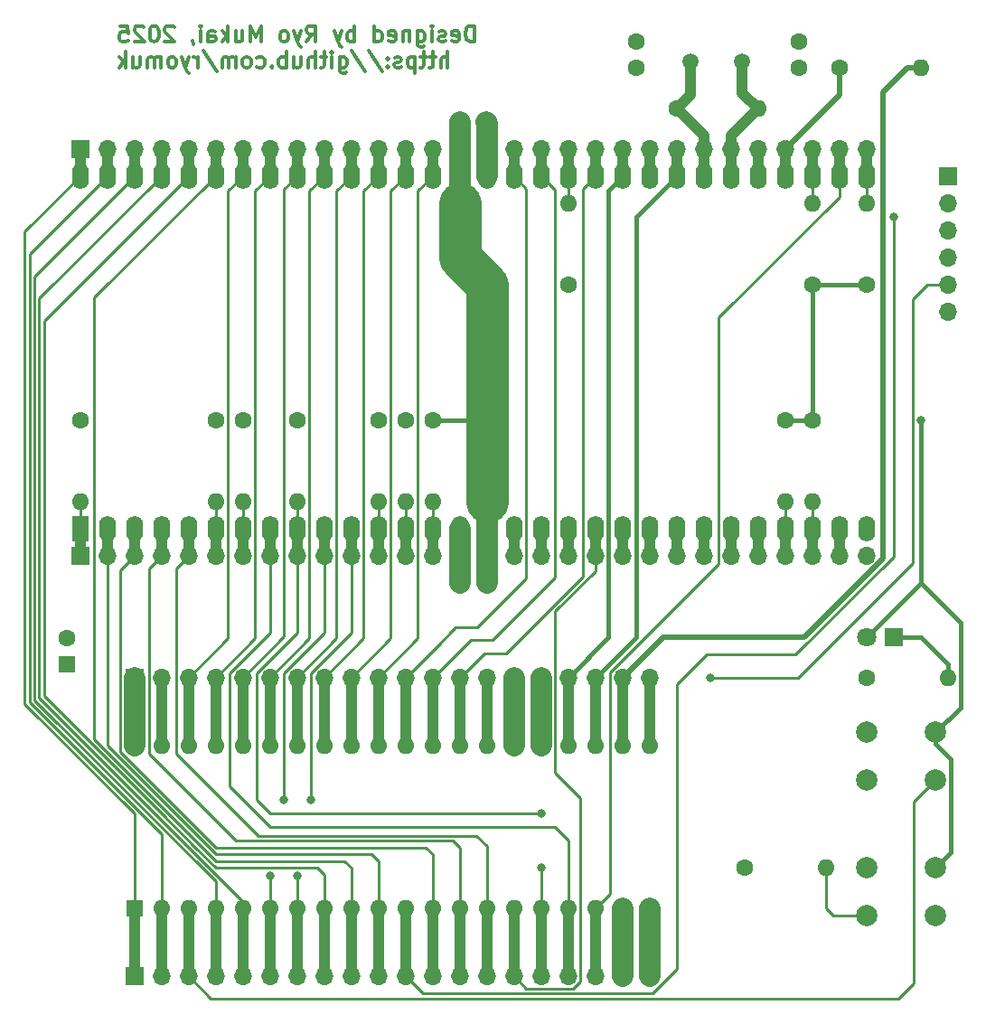
<source format=gbr>
%TF.GenerationSoftware,KiCad,Pcbnew,8.0.5*%
%TF.CreationDate,2025-09-05T11:18:18+09:00*%
%TF.ProjectId,TangNanoDCJ11MEM,54616e67-4e61-46e6-9f44-434a31314d45,rev?*%
%TF.SameCoordinates,Original*%
%TF.FileFunction,Copper,L2,Bot*%
%TF.FilePolarity,Positive*%
%FSLAX46Y46*%
G04 Gerber Fmt 4.6, Leading zero omitted, Abs format (unit mm)*
G04 Created by KiCad (PCBNEW 8.0.5) date 2025-09-05 11:18:18*
%MOMM*%
%LPD*%
G01*
G04 APERTURE LIST*
%ADD10C,0.300000*%
%TA.AperFunction,NonConductor*%
%ADD11C,0.300000*%
%TD*%
%TA.AperFunction,ComponentPad*%
%ADD12C,1.600000*%
%TD*%
%TA.AperFunction,ComponentPad*%
%ADD13O,1.600000X1.600000*%
%TD*%
%TA.AperFunction,ComponentPad*%
%ADD14C,2.000000*%
%TD*%
%TA.AperFunction,ComponentPad*%
%ADD15R,1.700000X1.700000*%
%TD*%
%TA.AperFunction,ComponentPad*%
%ADD16O,1.700000X1.700000*%
%TD*%
%TA.AperFunction,ComponentPad*%
%ADD17C,1.500000*%
%TD*%
%TA.AperFunction,ComponentPad*%
%ADD18R,1.800000X1.800000*%
%TD*%
%TA.AperFunction,ComponentPad*%
%ADD19C,1.800000*%
%TD*%
%TA.AperFunction,ComponentPad*%
%ADD20R,1.600000X2.400000*%
%TD*%
%TA.AperFunction,ComponentPad*%
%ADD21O,1.600000X2.400000*%
%TD*%
%TA.AperFunction,ComponentPad*%
%ADD22R,1.600000X1.600000*%
%TD*%
%TA.AperFunction,ViaPad*%
%ADD23C,0.800000*%
%TD*%
%TA.AperFunction,Conductor*%
%ADD24C,0.250000*%
%TD*%
%TA.AperFunction,Conductor*%
%ADD25C,0.400000*%
%TD*%
%TA.AperFunction,Conductor*%
%ADD26C,1.000000*%
%TD*%
%TA.AperFunction,Conductor*%
%ADD27C,2.000000*%
%TD*%
%TA.AperFunction,Conductor*%
%ADD28C,4.000000*%
%TD*%
%TA.AperFunction,Conductor*%
%ADD29C,0.500000*%
%TD*%
G04 APERTURE END LIST*
D10*
D11*
X44563796Y-5185870D02*
X44563796Y-3685870D01*
X44563796Y-3685870D02*
X44206653Y-3685870D01*
X44206653Y-3685870D02*
X43992367Y-3757299D01*
X43992367Y-3757299D02*
X43849510Y-3900156D01*
X43849510Y-3900156D02*
X43778081Y-4043013D01*
X43778081Y-4043013D02*
X43706653Y-4328727D01*
X43706653Y-4328727D02*
X43706653Y-4543013D01*
X43706653Y-4543013D02*
X43778081Y-4828727D01*
X43778081Y-4828727D02*
X43849510Y-4971584D01*
X43849510Y-4971584D02*
X43992367Y-5114442D01*
X43992367Y-5114442D02*
X44206653Y-5185870D01*
X44206653Y-5185870D02*
X44563796Y-5185870D01*
X42492367Y-5114442D02*
X42635224Y-5185870D01*
X42635224Y-5185870D02*
X42920939Y-5185870D01*
X42920939Y-5185870D02*
X43063796Y-5114442D01*
X43063796Y-5114442D02*
X43135224Y-4971584D01*
X43135224Y-4971584D02*
X43135224Y-4400156D01*
X43135224Y-4400156D02*
X43063796Y-4257299D01*
X43063796Y-4257299D02*
X42920939Y-4185870D01*
X42920939Y-4185870D02*
X42635224Y-4185870D01*
X42635224Y-4185870D02*
X42492367Y-4257299D01*
X42492367Y-4257299D02*
X42420939Y-4400156D01*
X42420939Y-4400156D02*
X42420939Y-4543013D01*
X42420939Y-4543013D02*
X43135224Y-4685870D01*
X41849510Y-5114442D02*
X41706653Y-5185870D01*
X41706653Y-5185870D02*
X41420939Y-5185870D01*
X41420939Y-5185870D02*
X41278082Y-5114442D01*
X41278082Y-5114442D02*
X41206653Y-4971584D01*
X41206653Y-4971584D02*
X41206653Y-4900156D01*
X41206653Y-4900156D02*
X41278082Y-4757299D01*
X41278082Y-4757299D02*
X41420939Y-4685870D01*
X41420939Y-4685870D02*
X41635225Y-4685870D01*
X41635225Y-4685870D02*
X41778082Y-4614442D01*
X41778082Y-4614442D02*
X41849510Y-4471584D01*
X41849510Y-4471584D02*
X41849510Y-4400156D01*
X41849510Y-4400156D02*
X41778082Y-4257299D01*
X41778082Y-4257299D02*
X41635225Y-4185870D01*
X41635225Y-4185870D02*
X41420939Y-4185870D01*
X41420939Y-4185870D02*
X41278082Y-4257299D01*
X40563796Y-5185870D02*
X40563796Y-4185870D01*
X40563796Y-3685870D02*
X40635224Y-3757299D01*
X40635224Y-3757299D02*
X40563796Y-3828727D01*
X40563796Y-3828727D02*
X40492367Y-3757299D01*
X40492367Y-3757299D02*
X40563796Y-3685870D01*
X40563796Y-3685870D02*
X40563796Y-3828727D01*
X39206653Y-4185870D02*
X39206653Y-5400156D01*
X39206653Y-5400156D02*
X39278081Y-5543013D01*
X39278081Y-5543013D02*
X39349510Y-5614442D01*
X39349510Y-5614442D02*
X39492367Y-5685870D01*
X39492367Y-5685870D02*
X39706653Y-5685870D01*
X39706653Y-5685870D02*
X39849510Y-5614442D01*
X39206653Y-5114442D02*
X39349510Y-5185870D01*
X39349510Y-5185870D02*
X39635224Y-5185870D01*
X39635224Y-5185870D02*
X39778081Y-5114442D01*
X39778081Y-5114442D02*
X39849510Y-5043013D01*
X39849510Y-5043013D02*
X39920938Y-4900156D01*
X39920938Y-4900156D02*
X39920938Y-4471584D01*
X39920938Y-4471584D02*
X39849510Y-4328727D01*
X39849510Y-4328727D02*
X39778081Y-4257299D01*
X39778081Y-4257299D02*
X39635224Y-4185870D01*
X39635224Y-4185870D02*
X39349510Y-4185870D01*
X39349510Y-4185870D02*
X39206653Y-4257299D01*
X38492367Y-4185870D02*
X38492367Y-5185870D01*
X38492367Y-4328727D02*
X38420938Y-4257299D01*
X38420938Y-4257299D02*
X38278081Y-4185870D01*
X38278081Y-4185870D02*
X38063795Y-4185870D01*
X38063795Y-4185870D02*
X37920938Y-4257299D01*
X37920938Y-4257299D02*
X37849510Y-4400156D01*
X37849510Y-4400156D02*
X37849510Y-5185870D01*
X36563795Y-5114442D02*
X36706652Y-5185870D01*
X36706652Y-5185870D02*
X36992367Y-5185870D01*
X36992367Y-5185870D02*
X37135224Y-5114442D01*
X37135224Y-5114442D02*
X37206652Y-4971584D01*
X37206652Y-4971584D02*
X37206652Y-4400156D01*
X37206652Y-4400156D02*
X37135224Y-4257299D01*
X37135224Y-4257299D02*
X36992367Y-4185870D01*
X36992367Y-4185870D02*
X36706652Y-4185870D01*
X36706652Y-4185870D02*
X36563795Y-4257299D01*
X36563795Y-4257299D02*
X36492367Y-4400156D01*
X36492367Y-4400156D02*
X36492367Y-4543013D01*
X36492367Y-4543013D02*
X37206652Y-4685870D01*
X35206653Y-5185870D02*
X35206653Y-3685870D01*
X35206653Y-5114442D02*
X35349510Y-5185870D01*
X35349510Y-5185870D02*
X35635224Y-5185870D01*
X35635224Y-5185870D02*
X35778081Y-5114442D01*
X35778081Y-5114442D02*
X35849510Y-5043013D01*
X35849510Y-5043013D02*
X35920938Y-4900156D01*
X35920938Y-4900156D02*
X35920938Y-4471584D01*
X35920938Y-4471584D02*
X35849510Y-4328727D01*
X35849510Y-4328727D02*
X35778081Y-4257299D01*
X35778081Y-4257299D02*
X35635224Y-4185870D01*
X35635224Y-4185870D02*
X35349510Y-4185870D01*
X35349510Y-4185870D02*
X35206653Y-4257299D01*
X33349510Y-5185870D02*
X33349510Y-3685870D01*
X33349510Y-4257299D02*
X33206653Y-4185870D01*
X33206653Y-4185870D02*
X32920938Y-4185870D01*
X32920938Y-4185870D02*
X32778081Y-4257299D01*
X32778081Y-4257299D02*
X32706653Y-4328727D01*
X32706653Y-4328727D02*
X32635224Y-4471584D01*
X32635224Y-4471584D02*
X32635224Y-4900156D01*
X32635224Y-4900156D02*
X32706653Y-5043013D01*
X32706653Y-5043013D02*
X32778081Y-5114442D01*
X32778081Y-5114442D02*
X32920938Y-5185870D01*
X32920938Y-5185870D02*
X33206653Y-5185870D01*
X33206653Y-5185870D02*
X33349510Y-5114442D01*
X32135224Y-4185870D02*
X31778081Y-5185870D01*
X31420938Y-4185870D02*
X31778081Y-5185870D01*
X31778081Y-5185870D02*
X31920938Y-5543013D01*
X31920938Y-5543013D02*
X31992367Y-5614442D01*
X31992367Y-5614442D02*
X32135224Y-5685870D01*
X28849510Y-5185870D02*
X29349510Y-4471584D01*
X29706653Y-5185870D02*
X29706653Y-3685870D01*
X29706653Y-3685870D02*
X29135224Y-3685870D01*
X29135224Y-3685870D02*
X28992367Y-3757299D01*
X28992367Y-3757299D02*
X28920938Y-3828727D01*
X28920938Y-3828727D02*
X28849510Y-3971584D01*
X28849510Y-3971584D02*
X28849510Y-4185870D01*
X28849510Y-4185870D02*
X28920938Y-4328727D01*
X28920938Y-4328727D02*
X28992367Y-4400156D01*
X28992367Y-4400156D02*
X29135224Y-4471584D01*
X29135224Y-4471584D02*
X29706653Y-4471584D01*
X28349510Y-4185870D02*
X27992367Y-5185870D01*
X27635224Y-4185870D02*
X27992367Y-5185870D01*
X27992367Y-5185870D02*
X28135224Y-5543013D01*
X28135224Y-5543013D02*
X28206653Y-5614442D01*
X28206653Y-5614442D02*
X28349510Y-5685870D01*
X26849510Y-5185870D02*
X26992367Y-5114442D01*
X26992367Y-5114442D02*
X27063796Y-5043013D01*
X27063796Y-5043013D02*
X27135224Y-4900156D01*
X27135224Y-4900156D02*
X27135224Y-4471584D01*
X27135224Y-4471584D02*
X27063796Y-4328727D01*
X27063796Y-4328727D02*
X26992367Y-4257299D01*
X26992367Y-4257299D02*
X26849510Y-4185870D01*
X26849510Y-4185870D02*
X26635224Y-4185870D01*
X26635224Y-4185870D02*
X26492367Y-4257299D01*
X26492367Y-4257299D02*
X26420939Y-4328727D01*
X26420939Y-4328727D02*
X26349510Y-4471584D01*
X26349510Y-4471584D02*
X26349510Y-4900156D01*
X26349510Y-4900156D02*
X26420939Y-5043013D01*
X26420939Y-5043013D02*
X26492367Y-5114442D01*
X26492367Y-5114442D02*
X26635224Y-5185870D01*
X26635224Y-5185870D02*
X26849510Y-5185870D01*
X24563796Y-5185870D02*
X24563796Y-3685870D01*
X24563796Y-3685870D02*
X24063796Y-4757299D01*
X24063796Y-4757299D02*
X23563796Y-3685870D01*
X23563796Y-3685870D02*
X23563796Y-5185870D01*
X22206653Y-4185870D02*
X22206653Y-5185870D01*
X22849510Y-4185870D02*
X22849510Y-4971584D01*
X22849510Y-4971584D02*
X22778081Y-5114442D01*
X22778081Y-5114442D02*
X22635224Y-5185870D01*
X22635224Y-5185870D02*
X22420938Y-5185870D01*
X22420938Y-5185870D02*
X22278081Y-5114442D01*
X22278081Y-5114442D02*
X22206653Y-5043013D01*
X21492367Y-5185870D02*
X21492367Y-3685870D01*
X21349510Y-4614442D02*
X20920938Y-5185870D01*
X20920938Y-4185870D02*
X21492367Y-4757299D01*
X19635224Y-5185870D02*
X19635224Y-4400156D01*
X19635224Y-4400156D02*
X19706652Y-4257299D01*
X19706652Y-4257299D02*
X19849509Y-4185870D01*
X19849509Y-4185870D02*
X20135224Y-4185870D01*
X20135224Y-4185870D02*
X20278081Y-4257299D01*
X19635224Y-5114442D02*
X19778081Y-5185870D01*
X19778081Y-5185870D02*
X20135224Y-5185870D01*
X20135224Y-5185870D02*
X20278081Y-5114442D01*
X20278081Y-5114442D02*
X20349509Y-4971584D01*
X20349509Y-4971584D02*
X20349509Y-4828727D01*
X20349509Y-4828727D02*
X20278081Y-4685870D01*
X20278081Y-4685870D02*
X20135224Y-4614442D01*
X20135224Y-4614442D02*
X19778081Y-4614442D01*
X19778081Y-4614442D02*
X19635224Y-4543013D01*
X18920938Y-5185870D02*
X18920938Y-4185870D01*
X18920938Y-3685870D02*
X18992366Y-3757299D01*
X18992366Y-3757299D02*
X18920938Y-3828727D01*
X18920938Y-3828727D02*
X18849509Y-3757299D01*
X18849509Y-3757299D02*
X18920938Y-3685870D01*
X18920938Y-3685870D02*
X18920938Y-3828727D01*
X18135223Y-5114442D02*
X18135223Y-5185870D01*
X18135223Y-5185870D02*
X18206652Y-5328727D01*
X18206652Y-5328727D02*
X18278080Y-5400156D01*
X16420937Y-3828727D02*
X16349509Y-3757299D01*
X16349509Y-3757299D02*
X16206652Y-3685870D01*
X16206652Y-3685870D02*
X15849509Y-3685870D01*
X15849509Y-3685870D02*
X15706652Y-3757299D01*
X15706652Y-3757299D02*
X15635223Y-3828727D01*
X15635223Y-3828727D02*
X15563794Y-3971584D01*
X15563794Y-3971584D02*
X15563794Y-4114442D01*
X15563794Y-4114442D02*
X15635223Y-4328727D01*
X15635223Y-4328727D02*
X16492366Y-5185870D01*
X16492366Y-5185870D02*
X15563794Y-5185870D01*
X14635223Y-3685870D02*
X14492366Y-3685870D01*
X14492366Y-3685870D02*
X14349509Y-3757299D01*
X14349509Y-3757299D02*
X14278081Y-3828727D01*
X14278081Y-3828727D02*
X14206652Y-3971584D01*
X14206652Y-3971584D02*
X14135223Y-4257299D01*
X14135223Y-4257299D02*
X14135223Y-4614442D01*
X14135223Y-4614442D02*
X14206652Y-4900156D01*
X14206652Y-4900156D02*
X14278081Y-5043013D01*
X14278081Y-5043013D02*
X14349509Y-5114442D01*
X14349509Y-5114442D02*
X14492366Y-5185870D01*
X14492366Y-5185870D02*
X14635223Y-5185870D01*
X14635223Y-5185870D02*
X14778081Y-5114442D01*
X14778081Y-5114442D02*
X14849509Y-5043013D01*
X14849509Y-5043013D02*
X14920938Y-4900156D01*
X14920938Y-4900156D02*
X14992366Y-4614442D01*
X14992366Y-4614442D02*
X14992366Y-4257299D01*
X14992366Y-4257299D02*
X14920938Y-3971584D01*
X14920938Y-3971584D02*
X14849509Y-3828727D01*
X14849509Y-3828727D02*
X14778081Y-3757299D01*
X14778081Y-3757299D02*
X14635223Y-3685870D01*
X13563795Y-3828727D02*
X13492367Y-3757299D01*
X13492367Y-3757299D02*
X13349510Y-3685870D01*
X13349510Y-3685870D02*
X12992367Y-3685870D01*
X12992367Y-3685870D02*
X12849510Y-3757299D01*
X12849510Y-3757299D02*
X12778081Y-3828727D01*
X12778081Y-3828727D02*
X12706652Y-3971584D01*
X12706652Y-3971584D02*
X12706652Y-4114442D01*
X12706652Y-4114442D02*
X12778081Y-4328727D01*
X12778081Y-4328727D02*
X13635224Y-5185870D01*
X13635224Y-5185870D02*
X12706652Y-5185870D01*
X11349510Y-3685870D02*
X12063796Y-3685870D01*
X12063796Y-3685870D02*
X12135224Y-4400156D01*
X12135224Y-4400156D02*
X12063796Y-4328727D01*
X12063796Y-4328727D02*
X11920939Y-4257299D01*
X11920939Y-4257299D02*
X11563796Y-4257299D01*
X11563796Y-4257299D02*
X11420939Y-4328727D01*
X11420939Y-4328727D02*
X11349510Y-4400156D01*
X11349510Y-4400156D02*
X11278081Y-4543013D01*
X11278081Y-4543013D02*
X11278081Y-4900156D01*
X11278081Y-4900156D02*
X11349510Y-5043013D01*
X11349510Y-5043013D02*
X11420939Y-5114442D01*
X11420939Y-5114442D02*
X11563796Y-5185870D01*
X11563796Y-5185870D02*
X11920939Y-5185870D01*
X11920939Y-5185870D02*
X12063796Y-5114442D01*
X12063796Y-5114442D02*
X12135224Y-5043013D01*
X42063800Y-7600786D02*
X42063800Y-6100786D01*
X41420943Y-7600786D02*
X41420943Y-6815072D01*
X41420943Y-6815072D02*
X41492371Y-6672215D01*
X41492371Y-6672215D02*
X41635228Y-6600786D01*
X41635228Y-6600786D02*
X41849514Y-6600786D01*
X41849514Y-6600786D02*
X41992371Y-6672215D01*
X41992371Y-6672215D02*
X42063800Y-6743643D01*
X40920942Y-6600786D02*
X40349514Y-6600786D01*
X40706657Y-6100786D02*
X40706657Y-7386500D01*
X40706657Y-7386500D02*
X40635228Y-7529358D01*
X40635228Y-7529358D02*
X40492371Y-7600786D01*
X40492371Y-7600786D02*
X40349514Y-7600786D01*
X40063799Y-6600786D02*
X39492371Y-6600786D01*
X39849514Y-6100786D02*
X39849514Y-7386500D01*
X39849514Y-7386500D02*
X39778085Y-7529358D01*
X39778085Y-7529358D02*
X39635228Y-7600786D01*
X39635228Y-7600786D02*
X39492371Y-7600786D01*
X38992371Y-6600786D02*
X38992371Y-8100786D01*
X38992371Y-6672215D02*
X38849514Y-6600786D01*
X38849514Y-6600786D02*
X38563799Y-6600786D01*
X38563799Y-6600786D02*
X38420942Y-6672215D01*
X38420942Y-6672215D02*
X38349514Y-6743643D01*
X38349514Y-6743643D02*
X38278085Y-6886500D01*
X38278085Y-6886500D02*
X38278085Y-7315072D01*
X38278085Y-7315072D02*
X38349514Y-7457929D01*
X38349514Y-7457929D02*
X38420942Y-7529358D01*
X38420942Y-7529358D02*
X38563799Y-7600786D01*
X38563799Y-7600786D02*
X38849514Y-7600786D01*
X38849514Y-7600786D02*
X38992371Y-7529358D01*
X37706656Y-7529358D02*
X37563799Y-7600786D01*
X37563799Y-7600786D02*
X37278085Y-7600786D01*
X37278085Y-7600786D02*
X37135228Y-7529358D01*
X37135228Y-7529358D02*
X37063799Y-7386500D01*
X37063799Y-7386500D02*
X37063799Y-7315072D01*
X37063799Y-7315072D02*
X37135228Y-7172215D01*
X37135228Y-7172215D02*
X37278085Y-7100786D01*
X37278085Y-7100786D02*
X37492371Y-7100786D01*
X37492371Y-7100786D02*
X37635228Y-7029358D01*
X37635228Y-7029358D02*
X37706656Y-6886500D01*
X37706656Y-6886500D02*
X37706656Y-6815072D01*
X37706656Y-6815072D02*
X37635228Y-6672215D01*
X37635228Y-6672215D02*
X37492371Y-6600786D01*
X37492371Y-6600786D02*
X37278085Y-6600786D01*
X37278085Y-6600786D02*
X37135228Y-6672215D01*
X36420942Y-7457929D02*
X36349513Y-7529358D01*
X36349513Y-7529358D02*
X36420942Y-7600786D01*
X36420942Y-7600786D02*
X36492370Y-7529358D01*
X36492370Y-7529358D02*
X36420942Y-7457929D01*
X36420942Y-7457929D02*
X36420942Y-7600786D01*
X36420942Y-6672215D02*
X36349513Y-6743643D01*
X36349513Y-6743643D02*
X36420942Y-6815072D01*
X36420942Y-6815072D02*
X36492370Y-6743643D01*
X36492370Y-6743643D02*
X36420942Y-6672215D01*
X36420942Y-6672215D02*
X36420942Y-6815072D01*
X34635227Y-6029358D02*
X35920941Y-7957929D01*
X33063798Y-6029358D02*
X34349512Y-7957929D01*
X31920941Y-6600786D02*
X31920941Y-7815072D01*
X31920941Y-7815072D02*
X31992369Y-7957929D01*
X31992369Y-7957929D02*
X32063798Y-8029358D01*
X32063798Y-8029358D02*
X32206655Y-8100786D01*
X32206655Y-8100786D02*
X32420941Y-8100786D01*
X32420941Y-8100786D02*
X32563798Y-8029358D01*
X31920941Y-7529358D02*
X32063798Y-7600786D01*
X32063798Y-7600786D02*
X32349512Y-7600786D01*
X32349512Y-7600786D02*
X32492369Y-7529358D01*
X32492369Y-7529358D02*
X32563798Y-7457929D01*
X32563798Y-7457929D02*
X32635226Y-7315072D01*
X32635226Y-7315072D02*
X32635226Y-6886500D01*
X32635226Y-6886500D02*
X32563798Y-6743643D01*
X32563798Y-6743643D02*
X32492369Y-6672215D01*
X32492369Y-6672215D02*
X32349512Y-6600786D01*
X32349512Y-6600786D02*
X32063798Y-6600786D01*
X32063798Y-6600786D02*
X31920941Y-6672215D01*
X31206655Y-7600786D02*
X31206655Y-6600786D01*
X31206655Y-6100786D02*
X31278083Y-6172215D01*
X31278083Y-6172215D02*
X31206655Y-6243643D01*
X31206655Y-6243643D02*
X31135226Y-6172215D01*
X31135226Y-6172215D02*
X31206655Y-6100786D01*
X31206655Y-6100786D02*
X31206655Y-6243643D01*
X30706654Y-6600786D02*
X30135226Y-6600786D01*
X30492369Y-6100786D02*
X30492369Y-7386500D01*
X30492369Y-7386500D02*
X30420940Y-7529358D01*
X30420940Y-7529358D02*
X30278083Y-7600786D01*
X30278083Y-7600786D02*
X30135226Y-7600786D01*
X29635226Y-7600786D02*
X29635226Y-6100786D01*
X28992369Y-7600786D02*
X28992369Y-6815072D01*
X28992369Y-6815072D02*
X29063797Y-6672215D01*
X29063797Y-6672215D02*
X29206654Y-6600786D01*
X29206654Y-6600786D02*
X29420940Y-6600786D01*
X29420940Y-6600786D02*
X29563797Y-6672215D01*
X29563797Y-6672215D02*
X29635226Y-6743643D01*
X27635226Y-6600786D02*
X27635226Y-7600786D01*
X28278083Y-6600786D02*
X28278083Y-7386500D01*
X28278083Y-7386500D02*
X28206654Y-7529358D01*
X28206654Y-7529358D02*
X28063797Y-7600786D01*
X28063797Y-7600786D02*
X27849511Y-7600786D01*
X27849511Y-7600786D02*
X27706654Y-7529358D01*
X27706654Y-7529358D02*
X27635226Y-7457929D01*
X26920940Y-7600786D02*
X26920940Y-6100786D01*
X26920940Y-6672215D02*
X26778083Y-6600786D01*
X26778083Y-6600786D02*
X26492368Y-6600786D01*
X26492368Y-6600786D02*
X26349511Y-6672215D01*
X26349511Y-6672215D02*
X26278083Y-6743643D01*
X26278083Y-6743643D02*
X26206654Y-6886500D01*
X26206654Y-6886500D02*
X26206654Y-7315072D01*
X26206654Y-7315072D02*
X26278083Y-7457929D01*
X26278083Y-7457929D02*
X26349511Y-7529358D01*
X26349511Y-7529358D02*
X26492368Y-7600786D01*
X26492368Y-7600786D02*
X26778083Y-7600786D01*
X26778083Y-7600786D02*
X26920940Y-7529358D01*
X25563797Y-7457929D02*
X25492368Y-7529358D01*
X25492368Y-7529358D02*
X25563797Y-7600786D01*
X25563797Y-7600786D02*
X25635225Y-7529358D01*
X25635225Y-7529358D02*
X25563797Y-7457929D01*
X25563797Y-7457929D02*
X25563797Y-7600786D01*
X24206654Y-7529358D02*
X24349511Y-7600786D01*
X24349511Y-7600786D02*
X24635225Y-7600786D01*
X24635225Y-7600786D02*
X24778082Y-7529358D01*
X24778082Y-7529358D02*
X24849511Y-7457929D01*
X24849511Y-7457929D02*
X24920939Y-7315072D01*
X24920939Y-7315072D02*
X24920939Y-6886500D01*
X24920939Y-6886500D02*
X24849511Y-6743643D01*
X24849511Y-6743643D02*
X24778082Y-6672215D01*
X24778082Y-6672215D02*
X24635225Y-6600786D01*
X24635225Y-6600786D02*
X24349511Y-6600786D01*
X24349511Y-6600786D02*
X24206654Y-6672215D01*
X23349511Y-7600786D02*
X23492368Y-7529358D01*
X23492368Y-7529358D02*
X23563797Y-7457929D01*
X23563797Y-7457929D02*
X23635225Y-7315072D01*
X23635225Y-7315072D02*
X23635225Y-6886500D01*
X23635225Y-6886500D02*
X23563797Y-6743643D01*
X23563797Y-6743643D02*
X23492368Y-6672215D01*
X23492368Y-6672215D02*
X23349511Y-6600786D01*
X23349511Y-6600786D02*
X23135225Y-6600786D01*
X23135225Y-6600786D02*
X22992368Y-6672215D01*
X22992368Y-6672215D02*
X22920940Y-6743643D01*
X22920940Y-6743643D02*
X22849511Y-6886500D01*
X22849511Y-6886500D02*
X22849511Y-7315072D01*
X22849511Y-7315072D02*
X22920940Y-7457929D01*
X22920940Y-7457929D02*
X22992368Y-7529358D01*
X22992368Y-7529358D02*
X23135225Y-7600786D01*
X23135225Y-7600786D02*
X23349511Y-7600786D01*
X22206654Y-7600786D02*
X22206654Y-6600786D01*
X22206654Y-6743643D02*
X22135225Y-6672215D01*
X22135225Y-6672215D02*
X21992368Y-6600786D01*
X21992368Y-6600786D02*
X21778082Y-6600786D01*
X21778082Y-6600786D02*
X21635225Y-6672215D01*
X21635225Y-6672215D02*
X21563797Y-6815072D01*
X21563797Y-6815072D02*
X21563797Y-7600786D01*
X21563797Y-6815072D02*
X21492368Y-6672215D01*
X21492368Y-6672215D02*
X21349511Y-6600786D01*
X21349511Y-6600786D02*
X21135225Y-6600786D01*
X21135225Y-6600786D02*
X20992368Y-6672215D01*
X20992368Y-6672215D02*
X20920939Y-6815072D01*
X20920939Y-6815072D02*
X20920939Y-7600786D01*
X19135225Y-6029358D02*
X20420939Y-7957929D01*
X18635225Y-7600786D02*
X18635225Y-6600786D01*
X18635225Y-6886500D02*
X18563796Y-6743643D01*
X18563796Y-6743643D02*
X18492368Y-6672215D01*
X18492368Y-6672215D02*
X18349510Y-6600786D01*
X18349510Y-6600786D02*
X18206653Y-6600786D01*
X17849511Y-6600786D02*
X17492368Y-7600786D01*
X17135225Y-6600786D02*
X17492368Y-7600786D01*
X17492368Y-7600786D02*
X17635225Y-7957929D01*
X17635225Y-7957929D02*
X17706654Y-8029358D01*
X17706654Y-8029358D02*
X17849511Y-8100786D01*
X16349511Y-7600786D02*
X16492368Y-7529358D01*
X16492368Y-7529358D02*
X16563797Y-7457929D01*
X16563797Y-7457929D02*
X16635225Y-7315072D01*
X16635225Y-7315072D02*
X16635225Y-6886500D01*
X16635225Y-6886500D02*
X16563797Y-6743643D01*
X16563797Y-6743643D02*
X16492368Y-6672215D01*
X16492368Y-6672215D02*
X16349511Y-6600786D01*
X16349511Y-6600786D02*
X16135225Y-6600786D01*
X16135225Y-6600786D02*
X15992368Y-6672215D01*
X15992368Y-6672215D02*
X15920940Y-6743643D01*
X15920940Y-6743643D02*
X15849511Y-6886500D01*
X15849511Y-6886500D02*
X15849511Y-7315072D01*
X15849511Y-7315072D02*
X15920940Y-7457929D01*
X15920940Y-7457929D02*
X15992368Y-7529358D01*
X15992368Y-7529358D02*
X16135225Y-7600786D01*
X16135225Y-7600786D02*
X16349511Y-7600786D01*
X15206654Y-7600786D02*
X15206654Y-6600786D01*
X15206654Y-6743643D02*
X15135225Y-6672215D01*
X15135225Y-6672215D02*
X14992368Y-6600786D01*
X14992368Y-6600786D02*
X14778082Y-6600786D01*
X14778082Y-6600786D02*
X14635225Y-6672215D01*
X14635225Y-6672215D02*
X14563797Y-6815072D01*
X14563797Y-6815072D02*
X14563797Y-7600786D01*
X14563797Y-6815072D02*
X14492368Y-6672215D01*
X14492368Y-6672215D02*
X14349511Y-6600786D01*
X14349511Y-6600786D02*
X14135225Y-6600786D01*
X14135225Y-6600786D02*
X13992368Y-6672215D01*
X13992368Y-6672215D02*
X13920939Y-6815072D01*
X13920939Y-6815072D02*
X13920939Y-7600786D01*
X12563797Y-6600786D02*
X12563797Y-7600786D01*
X13206654Y-6600786D02*
X13206654Y-7386500D01*
X13206654Y-7386500D02*
X13135225Y-7529358D01*
X13135225Y-7529358D02*
X12992368Y-7600786D01*
X12992368Y-7600786D02*
X12778082Y-7600786D01*
X12778082Y-7600786D02*
X12635225Y-7529358D01*
X12635225Y-7529358D02*
X12563797Y-7457929D01*
X11849511Y-7600786D02*
X11849511Y-6100786D01*
X11706654Y-7029358D02*
X11278082Y-7600786D01*
X11278082Y-6600786D02*
X11849511Y-7172215D01*
D12*
%TO.P,R4,1*%
%TO.N,VCC*%
X20320000Y-40640000D03*
D13*
%TO.P,R4,2*%
%TO.N,PWRF_n*%
X20320000Y-48260000D03*
%TD*%
D14*
%TO.P,SW1,1,1*%
%TO.N,VCC*%
X81280000Y-69850000D03*
X87780000Y-69850000D03*
%TO.P,SW1,2,2*%
%TO.N,INIT_SW*%
X81280000Y-74350000D03*
X87780000Y-74350000D03*
%TD*%
D12*
%TO.P,R9,1*%
%TO.N,VCC*%
X40640000Y-40640000D03*
D13*
%TO.P,R9,2*%
%TO.N,PARITY_n*%
X40640000Y-48260000D03*
%TD*%
D12*
%TO.P,R5,1*%
%TO.N,VCC*%
X22860000Y-40640000D03*
D13*
%TO.P,R5,2*%
%TO.N,FPE_n*%
X22860000Y-48260000D03*
%TD*%
D15*
%TO.P,J4,1,Pin_1*%
%TO.N,TEST1_n*%
X7620000Y-53340000D03*
D16*
%TO.P,J4,2,Pin_2*%
%TO.N,AIO0*%
X10160000Y-53340000D03*
%TO.P,J4,3,Pin_3*%
%TO.N,AIO1*%
X12700000Y-53340000D03*
%TO.P,J4,4,Pin_4*%
%TO.N,AIO2*%
X15240000Y-53340000D03*
%TO.P,J4,5,Pin_5*%
%TO.N,AIO3*%
X17780000Y-53340000D03*
%TO.P,J4,6,Pin_6*%
%TO.N,PWRF_n*%
X20320000Y-53340000D03*
%TO.P,J4,7,Pin_7*%
%TO.N,FPE_n*%
X22860000Y-53340000D03*
%TO.P,J4,8,Pin_8*%
%TO.N,EVENT_n*%
X25400000Y-53340000D03*
%TO.P,J4,9,Pin_9*%
%TO.N,HALT*%
X27940000Y-53340000D03*
%TO.P,J4,10,Pin_10*%
%TO.N,IRQ0*%
X30480000Y-53340000D03*
%TO.P,J4,11,Pin_11*%
%TO.N,IRQ1*%
X33020000Y-53340000D03*
%TO.P,J4,12,Pin_12*%
%TO.N,IRQ2*%
X35560000Y-53340000D03*
%TO.P,J4,13,Pin_13*%
%TO.N,IRQ3*%
X38100000Y-53340000D03*
%TO.P,J4,14,Pin_14*%
%TO.N,PARITY_n*%
X40640000Y-53340000D03*
%TO.P,J4,15,Pin_15*%
%TO.N,GND*%
X43180000Y-53340000D03*
%TO.P,J4,16,Pin_16*%
%TO.N,VCC*%
X45720000Y-53340000D03*
%TO.P,J4,17,Pin_17*%
%TO.N,BS0*%
X48260000Y-53340000D03*
%TO.P,J4,18,Pin_18*%
%TO.N,BS1*%
X50800000Y-53340000D03*
%TO.P,J4,19,Pin_19*%
%TO.N,MAP_n*%
X53340000Y-53340000D03*
%TO.P,J4,20,Pin_20*%
%TO.N,ABORT_n*%
X55880000Y-53340000D03*
%TO.P,J4,21,Pin_21*%
%TO.N,DAL21*%
X58420000Y-53340000D03*
%TO.P,J4,22,Pin_22*%
%TO.N,DAL20*%
X60960000Y-53340000D03*
%TO.P,J4,23,Pin_23*%
%TO.N,DAL19*%
X63500000Y-53340000D03*
%TO.P,J4,24,Pin_24*%
%TO.N,DAL18*%
X66040000Y-53340000D03*
%TO.P,J4,25,Pin_25*%
%TO.N,DAL17*%
X68580000Y-53340000D03*
%TO.P,J4,26,Pin_26*%
%TO.N,DAL16*%
X71120000Y-53340000D03*
%TO.P,J4,27,Pin_27*%
%TO.N,DMR_n*%
X73660000Y-53340000D03*
%TO.P,J4,28,Pin_28*%
%TO.N,MISS_n*%
X76200000Y-53340000D03*
%TO.P,J4,29,Pin_29*%
%TO.N,PRDC_n*%
X78740000Y-53340000D03*
%TO.P,J4,30,Pin_30*%
%TO.N,unconnected-(J4-Pin_30-Pad30)*%
X81280000Y-53340000D03*
%TD*%
D12*
%TO.P,R11,1*%
%TO.N,VCC*%
X76200000Y-40640000D03*
D13*
%TO.P,R11,2*%
%TO.N,MISS_n*%
X76200000Y-48260000D03*
%TD*%
D12*
%TO.P,R16,1*%
%TO.N,GND*%
X81280000Y-64770000D03*
D13*
%TO.P,R16,2*%
%TO.N,Net-(D1-K)*%
X88900000Y-64770000D03*
%TD*%
D12*
%TO.P,R2,1*%
%TO.N,CLK2*%
X78740000Y-7620000D03*
D13*
%TO.P,R2,2*%
%TO.N,CLK2_D*%
X86360000Y-7620000D03*
%TD*%
D12*
%TO.P,R12,1*%
%TO.N,VCC*%
X53340000Y-27940000D03*
D13*
%TO.P,R12,2*%
%TO.N,DV*%
X53340000Y-20320000D03*
%TD*%
D15*
%TO.P,J6,1,Pin_1*%
%TO.N,GND*%
X88900000Y-17780000D03*
D16*
%TO.P,J6,2,Pin_2*%
%TO.N,unconnected-(J6-Pin_2-Pad2)*%
X88900000Y-20320000D03*
%TO.P,J6,3,Pin_3*%
%TO.N,unconnected-(J6-Pin_3-Pad3)*%
X88900000Y-22860000D03*
%TO.P,J6,4,Pin_4*%
%TO.N,unconnected-(J6-Pin_4-Pad4)*%
X88900000Y-25400000D03*
%TO.P,J6,5,Pin_5*%
%TO.N,GPIO_TX*%
X88900000Y-27940000D03*
%TO.P,J6,6,Pin_6*%
%TO.N,unconnected-(J6-Pin_6-Pad6)*%
X88900000Y-30480000D03*
%TD*%
D15*
%TO.P,J3,1,Pin_1*%
%TO.N,VCC*%
X12700000Y-64770000D03*
D16*
%TO.P,J3,2,Pin_2*%
%TO.N,GND*%
X15240000Y-64770000D03*
%TO.P,J3,3,Pin_3*%
%TO.N,DAL11*%
X17780000Y-64770000D03*
%TO.P,J3,4,Pin_4*%
%TO.N,DAL12*%
X20320000Y-64770000D03*
%TO.P,J3,5,Pin_5*%
%TO.N,DAL13*%
X22860000Y-64770000D03*
%TO.P,J3,6,Pin_6*%
%TO.N,DAL14*%
X25400000Y-64770000D03*
%TO.P,J3,7,Pin_7*%
%TO.N,DAL15*%
X27940000Y-64770000D03*
%TO.P,J3,8,Pin_8*%
%TO.N,DAL1*%
X30480000Y-64770000D03*
%TO.P,J3,9,Pin_9*%
%TO.N,DAL2*%
X33020000Y-64770000D03*
%TO.P,J3,10,Pin_10*%
%TO.N,DAL3*%
X35560000Y-64770000D03*
%TO.P,J3,11,Pin_11*%
%TO.N,DAL4*%
X38100000Y-64770000D03*
%TO.P,J3,12,Pin_12*%
%TO.N,DAL5*%
X40640000Y-64770000D03*
%TO.P,J3,13,Pin_13*%
%TO.N,BUFCTL_n*%
X43180000Y-64770000D03*
%TO.P,J3,14,Pin_14*%
%TO.N,LED_RGB*%
X45720000Y-64770000D03*
%TO.P,J3,15,Pin_15*%
%TO.N,GND*%
X48260000Y-64770000D03*
%TO.P,J3,16,Pin_16*%
%TO.N,3V3b*%
X50800000Y-64770000D03*
%TO.P,J3,17,Pin_17*%
%TO.N,ALE_n*%
X53340000Y-64770000D03*
%TO.P,J3,18,Pin_18*%
%TO.N,SCTL_n*%
X55880000Y-64770000D03*
%TO.P,J3,19,Pin_19*%
%TO.N,CLK2_D*%
X58420000Y-64770000D03*
%TO.P,J3,20,Pin_20*%
%TO.N,GPIO_TX*%
X60960000Y-64770000D03*
%TD*%
D12*
%TO.P,R7,1*%
%TO.N,GND*%
X35560000Y-40640000D03*
D13*
%TO.P,R7,2*%
%TO.N,IRQ2*%
X35560000Y-48260000D03*
%TD*%
D17*
%TO.P,Y1,1,1*%
%TO.N,XTALI*%
X69650000Y-6985000D03*
%TO.P,Y1,2,2*%
%TO.N,XTALO*%
X64770000Y-6985000D03*
%TD*%
D18*
%TO.P,D1,1,K*%
%TO.N,Net-(D1-K)*%
X83820000Y-60960000D03*
D19*
%TO.P,D1,2,A*%
%TO.N,VCC*%
X81280000Y-60960000D03*
%TD*%
D12*
%TO.P,C1,1*%
%TO.N,GND*%
X59690000Y-7620000D03*
%TO.P,C1,2*%
%TO.N,XTALO*%
X59690000Y-5120000D03*
%TD*%
%TO.P,C2,1*%
%TO.N,GND*%
X74930000Y-7620000D03*
%TO.P,C2,2*%
%TO.N,XTALI*%
X74930000Y-5120000D03*
%TD*%
%TO.P,C4,1*%
%TO.N,VCC*%
X45720000Y-55880000D03*
%TO.P,C4,2*%
%TO.N,GND*%
X43220000Y-55880000D03*
%TD*%
%TO.P,R3,1*%
%TO.N,VCC*%
X7620000Y-40640000D03*
D13*
%TO.P,R3,2*%
%TO.N,TEST1_n*%
X7620000Y-48260000D03*
%TD*%
D14*
%TO.P,SW2,1,1*%
%TO.N,VCC*%
X81280000Y-82550000D03*
X87780000Y-82550000D03*
%TO.P,SW2,2,2*%
%TO.N,HALT*%
X81280000Y-87050000D03*
X87780000Y-87050000D03*
%TD*%
D12*
%TO.P,R10,1*%
%TO.N,VCC*%
X73660000Y-40640000D03*
D13*
%TO.P,R10,2*%
%TO.N,DMR_n*%
X73660000Y-48260000D03*
%TD*%
D12*
%TO.P,R1,1*%
%TO.N,XTALO*%
X63500000Y-11430000D03*
D13*
%TO.P,R1,2*%
%TO.N,XTALI*%
X71120000Y-11430000D03*
%TD*%
D20*
%TO.P,U1,1,~{TEST1}*%
%TO.N,TEST1_n*%
X7620000Y-50800000D03*
D21*
%TO.P,U1,2,AIO0*%
%TO.N,AIO0*%
X10160000Y-50800000D03*
%TO.P,U1,3,AIO1*%
%TO.N,AIO1*%
X12700000Y-50800000D03*
%TO.P,U1,4,AIO2*%
%TO.N,AIO2*%
X15240000Y-50800000D03*
%TO.P,U1,5,AIO3*%
%TO.N,AIO3*%
X17780000Y-50800000D03*
%TO.P,U1,6,~{PWRF}*%
%TO.N,PWRF_n*%
X20320000Y-50800000D03*
%TO.P,U1,7,~{FPE}*%
%TO.N,FPE_n*%
X22860000Y-50800000D03*
%TO.P,U1,8,~{EVENT}*%
%TO.N,EVENT_n*%
X25400000Y-50800000D03*
%TO.P,U1,9,HALT*%
%TO.N,HALT*%
X27940000Y-50800000D03*
%TO.P,U1,10,IRQ0*%
%TO.N,IRQ0*%
X30480000Y-50800000D03*
%TO.P,U1,11,IRQ1*%
%TO.N,IRQ1*%
X33020000Y-50800000D03*
%TO.P,U1,12,IRQ2*%
%TO.N,IRQ2*%
X35560000Y-50800000D03*
%TO.P,U1,13,IRQ3*%
%TO.N,IRQ3*%
X38100000Y-50800000D03*
%TO.P,U1,14,~{PARITY}*%
%TO.N,PARITY_n*%
X40640000Y-50800000D03*
%TO.P,U1,15,GND*%
%TO.N,GND*%
X43180000Y-50800000D03*
%TO.P,U1,16,VCC*%
%TO.N,VCC*%
X45720000Y-50800000D03*
%TO.P,U1,17,BS0*%
%TO.N,BS0*%
X48260000Y-50800000D03*
%TO.P,U1,18,BS1*%
%TO.N,BS1*%
X50800000Y-50800000D03*
%TO.P,U1,19,~{MAP}*%
%TO.N,MAP_n*%
X53340000Y-50800000D03*
%TO.P,U1,20,~{ABORT}*%
%TO.N,ABORT_n*%
X55880000Y-50800000D03*
%TO.P,U1,21,DAL21*%
%TO.N,DAL21*%
X58420000Y-50800000D03*
%TO.P,U1,22,DAL20*%
%TO.N,DAL20*%
X60960000Y-50800000D03*
%TO.P,U1,23,DAL19*%
%TO.N,DAL19*%
X63500000Y-50800000D03*
%TO.P,U1,24,DAL18*%
%TO.N,DAL18*%
X66040000Y-50800000D03*
%TO.P,U1,25,DAL17*%
%TO.N,DAL17*%
X68580000Y-50800000D03*
%TO.P,U1,26,DAL16*%
%TO.N,DAL16*%
X71120000Y-50800000D03*
%TO.P,U1,27,~{DMR}*%
%TO.N,DMR_n*%
X73660000Y-50800000D03*
%TO.P,U1,28,~{MISS}*%
%TO.N,MISS_n*%
X76200000Y-50800000D03*
%TO.P,U1,29,~{PRDC}*%
%TO.N,PRDC_n*%
X78740000Y-50800000D03*
%TO.P,U1,30,NC*%
%TO.N,unconnected-(U1-NC-Pad30)*%
X81280000Y-50800000D03*
%TO.P,U1,31,~{TEST2}*%
%TO.N,TEST2_n*%
X81280000Y-17780000D03*
%TO.P,U1,32,CONT*%
%TO.N,CONT_n*%
X78740000Y-17780000D03*
%TO.P,U1,33,~{INIT}*%
%TO.N,INIT_n*%
X76200000Y-17780000D03*
%TO.P,U1,34,CLK2*%
%TO.N,CLK2*%
X73660000Y-17780000D03*
%TO.P,U1,35,CLK*%
%TO.N,CLK*%
X71120000Y-17780000D03*
%TO.P,U1,36,XTALI*%
%TO.N,XTALI*%
X68580000Y-17780000D03*
%TO.P,U1,37,XTALO*%
%TO.N,XTALO*%
X66040000Y-17780000D03*
%TO.P,U1,38,~{SCTL}*%
%TO.N,SCTL_n*%
X63500000Y-17780000D03*
%TO.P,U1,39,~{STRB}*%
%TO.N,STRB_n*%
X60960000Y-17780000D03*
%TO.P,U1,40,~{ALE}*%
%TO.N,ALE_n*%
X58420000Y-17780000D03*
%TO.P,U1,41,~{BUFCTL}*%
%TO.N,BUFCTL_n*%
X55880000Y-17780000D03*
%TO.P,U1,42,DV*%
%TO.N,DV*%
X53340000Y-17780000D03*
%TO.P,U1,43,DAL5*%
%TO.N,DAL5*%
X50800000Y-17780000D03*
%TO.P,U1,44,DAL4*%
%TO.N,DAL4*%
X48260000Y-17780000D03*
%TO.P,U1,45,GND*%
%TO.N,GND*%
X45720000Y-17780000D03*
%TO.P,U1,46,VCC*%
%TO.N,VCC*%
X43180000Y-17780000D03*
%TO.P,U1,47,DAL3*%
%TO.N,DAL3*%
X40640000Y-17780000D03*
%TO.P,U1,48,DAL2*%
%TO.N,DAL2*%
X38100000Y-17780000D03*
%TO.P,U1,49,DAL1*%
%TO.N,DAL1*%
X35560000Y-17780000D03*
%TO.P,U1,50,DAL15*%
%TO.N,DAL15*%
X33020000Y-17780000D03*
%TO.P,U1,51,DAL14*%
%TO.N,DAL14*%
X30480000Y-17780000D03*
%TO.P,U1,52,DAL13*%
%TO.N,DAL13*%
X27940000Y-17780000D03*
%TO.P,U1,53,DAL12*%
%TO.N,DAL12*%
X25400000Y-17780000D03*
%TO.P,U1,54,DAL11*%
%TO.N,DAL11*%
X22860000Y-17780000D03*
%TO.P,U1,55,DAL10*%
%TO.N,DAL10*%
X20320000Y-17780000D03*
%TO.P,U1,56,DAL9*%
%TO.N,DAL9*%
X17780000Y-17780000D03*
%TO.P,U1,57,DAL0*%
%TO.N,DAL0*%
X15240000Y-17780000D03*
%TO.P,U1,58,DAL8*%
%TO.N,DAL8*%
X12700000Y-17780000D03*
%TO.P,U1,59,DAL7*%
%TO.N,DAL7*%
X10160000Y-17780000D03*
%TO.P,U1,60,DAL6*%
%TO.N,DAL6*%
X7620000Y-17780000D03*
%TD*%
D12*
%TO.P,C3,1*%
%TO.N,VCC*%
X43180000Y-12700000D03*
%TO.P,C3,2*%
%TO.N,GND*%
X45680000Y-12700000D03*
%TD*%
%TO.P,R8,1*%
%TO.N,GND*%
X38100000Y-40640000D03*
D13*
%TO.P,R8,2*%
%TO.N,IRQ3*%
X38100000Y-48260000D03*
%TD*%
%TO.P,R15,2*%
%TO.N,HALT*%
X77470000Y-82550000D03*
D12*
%TO.P,R15,1*%
%TO.N,HALT_DBG*%
X69850000Y-82550000D03*
%TD*%
%TO.P,R6,1*%
%TO.N,GND*%
X27940000Y-40640000D03*
D13*
%TO.P,R6,2*%
%TO.N,HALT*%
X27940000Y-48260000D03*
%TD*%
%TO.P,J1,40,Pin_40*%
%TO.N,VCC*%
X12700000Y-71120000D03*
%TO.P,J1,39,Pin_39*%
%TO.N,GND*%
X15240000Y-71120000D03*
%TO.P,J1,38,Pin_38*%
%TO.N,DAL11*%
X17780000Y-71120000D03*
%TO.P,J1,37,Pin_37*%
%TO.N,DAL12*%
X20320000Y-71120000D03*
%TO.P,J1,36,Pin_36*%
%TO.N,DAL13*%
X22860000Y-71120000D03*
%TO.P,J1,35,Pin_35*%
%TO.N,DAL14*%
X25400000Y-71120000D03*
%TO.P,J1,34,Pin_34*%
%TO.N,DAL15*%
X27940000Y-71120000D03*
%TO.P,J1,33,Pin_33*%
%TO.N,DAL1*%
X30480000Y-71120000D03*
%TO.P,J1,32,Pin_32*%
%TO.N,DAL2*%
X33020000Y-71120000D03*
%TO.P,J1,31,Pin_31*%
%TO.N,DAL3*%
X35560000Y-71120000D03*
%TO.P,J1,30,Pin_30*%
%TO.N,DAL4*%
X38100000Y-71120000D03*
%TO.P,J1,29,Pin_29*%
%TO.N,DAL5*%
X40640000Y-71120000D03*
%TO.P,J1,28,Pin_28*%
%TO.N,BUFCTL_n*%
X43180000Y-71120000D03*
%TO.P,J1,27,Pin_27*%
%TO.N,LED_RGB*%
X45720000Y-71120000D03*
%TO.P,J1,26,Pin_26*%
%TO.N,GND*%
X48260000Y-71120000D03*
%TO.P,J1,25,Pin_25*%
%TO.N,3V3b*%
X50800000Y-71120000D03*
%TO.P,J1,24,Pin_24*%
%TO.N,ALE_n*%
X53340000Y-71120000D03*
%TO.P,J1,23,Pin_23*%
%TO.N,SCTL_n*%
X55880000Y-71120000D03*
%TO.P,J1,22,Pin_22*%
%TO.N,CLK2_D*%
X58420000Y-71120000D03*
%TO.P,J1,21,Pin_21*%
%TO.N,GPIO_TX*%
X60960000Y-71120000D03*
%TO.P,J1,20,Pin_20*%
%TO.N,GND*%
X60960000Y-86360000D03*
%TO.P,J1,19,Pin_19*%
%TO.N,3V3a*%
X58420000Y-86360000D03*
%TO.P,J1,18,Pin_18*%
%TO.N,CONT_n*%
X55880000Y-86360000D03*
%TO.P,J1,17,Pin_17*%
%TO.N,EVENT_n*%
X53340000Y-86360000D03*
%TO.P,J1,16,Pin_16*%
%TO.N,HALT_DBG*%
X50800000Y-86360000D03*
%TO.P,J1,15,Pin_15*%
%TO.N,ABORT_n*%
X48260000Y-86360000D03*
%TO.P,J1,14,Pin_14*%
%TO.N,AIO3*%
X45720000Y-86360000D03*
%TO.P,J1,13,Pin_13*%
%TO.N,AIO2*%
X43180000Y-86360000D03*
%TO.P,J1,12,Pin_12*%
%TO.N,AIO1*%
X40640000Y-86360000D03*
%TO.P,J1,11,Pin_11*%
%TO.N,INIT_n*%
X38100000Y-86360000D03*
%TO.P,J1,10,Pin_10*%
%TO.N,AIO0*%
X35560000Y-86360000D03*
%TO.P,J1,9,Pin_9*%
%TO.N,DAL10*%
X33020000Y-86360000D03*
%TO.P,J1,8,Pin_8*%
%TO.N,DAL9*%
X30480000Y-86360000D03*
%TO.P,J1,7,Pin_7*%
%TO.N,IRQ1*%
X27940000Y-86360000D03*
%TO.P,J1,6,Pin_6*%
%TO.N,IRQ0*%
X25400000Y-86360000D03*
%TO.P,J1,5,Pin_5*%
%TO.N,DAL0*%
X22860000Y-86360000D03*
%TO.P,J1,4,Pin_4*%
%TO.N,DAL8*%
X20320000Y-86360000D03*
%TO.P,J1,3,Pin_3*%
%TO.N,INIT_SW*%
X17780000Y-86360000D03*
%TO.P,J1,2,Pin_2*%
%TO.N,DAL7*%
X15240000Y-86360000D03*
D22*
%TO.P,J1,1,Pin_1*%
%TO.N,DAL6*%
X12700000Y-86360000D03*
%TD*%
D12*
%TO.P,R14,1*%
%TO.N,VCC*%
X81280000Y-27940000D03*
D13*
%TO.P,R14,2*%
%TO.N,TEST2_n*%
X81280000Y-20320000D03*
%TD*%
D15*
%TO.P,J2,1,Pin_1*%
%TO.N,DAL6*%
X12700000Y-92710000D03*
D16*
%TO.P,J2,2,Pin_2*%
%TO.N,DAL7*%
X15240000Y-92710000D03*
%TO.P,J2,3,Pin_3*%
%TO.N,INIT_SW*%
X17780000Y-92710000D03*
%TO.P,J2,4,Pin_4*%
%TO.N,DAL8*%
X20320000Y-92710000D03*
%TO.P,J2,5,Pin_5*%
%TO.N,DAL0*%
X22860000Y-92710000D03*
%TO.P,J2,6,Pin_6*%
%TO.N,IRQ0*%
X25400000Y-92710000D03*
%TO.P,J2,7,Pin_7*%
%TO.N,IRQ1*%
X27940000Y-92710000D03*
%TO.P,J2,8,Pin_8*%
%TO.N,DAL9*%
X30480000Y-92710000D03*
%TO.P,J2,9,Pin_9*%
%TO.N,DAL10*%
X33020000Y-92710000D03*
%TO.P,J2,10,Pin_10*%
%TO.N,AIO0*%
X35560000Y-92710000D03*
%TO.P,J2,11,Pin_11*%
%TO.N,INIT_n*%
X38100000Y-92710000D03*
%TO.P,J2,12,Pin_12*%
%TO.N,AIO1*%
X40640000Y-92710000D03*
%TO.P,J2,13,Pin_13*%
%TO.N,AIO2*%
X43180000Y-92710000D03*
%TO.P,J2,14,Pin_14*%
%TO.N,AIO3*%
X45720000Y-92710000D03*
%TO.P,J2,15,Pin_15*%
%TO.N,ABORT_n*%
X48260000Y-92710000D03*
%TO.P,J2,16,Pin_16*%
%TO.N,HALT_DBG*%
X50800000Y-92710000D03*
%TO.P,J2,17,Pin_17*%
%TO.N,EVENT_n*%
X53340000Y-92710000D03*
%TO.P,J2,18,Pin_18*%
%TO.N,CONT_n*%
X55880000Y-92710000D03*
%TO.P,J2,19,Pin_19*%
%TO.N,3V3a*%
X58420000Y-92710000D03*
%TO.P,J2,20,Pin_20*%
%TO.N,GND*%
X60960000Y-92710000D03*
%TD*%
D22*
%TO.P,C5,1*%
%TO.N,VCC*%
X6350000Y-63500000D03*
D12*
%TO.P,C5,2*%
%TO.N,GND*%
X6350000Y-61000000D03*
%TD*%
%TO.P,R13,1*%
%TO.N,VCC*%
X76200000Y-27940000D03*
D13*
%TO.P,R13,2*%
%TO.N,INIT_n*%
X76200000Y-20320000D03*
%TD*%
D15*
%TO.P,J5,1,Pin_1*%
%TO.N,DAL6*%
X7620000Y-15240000D03*
D16*
%TO.P,J5,2,Pin_2*%
%TO.N,DAL7*%
X10160000Y-15240000D03*
%TO.P,J5,3,Pin_3*%
%TO.N,DAL8*%
X12700000Y-15240000D03*
%TO.P,J5,4,Pin_4*%
%TO.N,DAL0*%
X15240000Y-15240000D03*
%TO.P,J5,5,Pin_5*%
%TO.N,DAL9*%
X17780000Y-15240000D03*
%TO.P,J5,6,Pin_6*%
%TO.N,DAL10*%
X20320000Y-15240000D03*
%TO.P,J5,7,Pin_7*%
%TO.N,DAL11*%
X22860000Y-15240000D03*
%TO.P,J5,8,Pin_8*%
%TO.N,DAL12*%
X25400000Y-15240000D03*
%TO.P,J5,9,Pin_9*%
%TO.N,DAL13*%
X27940000Y-15240000D03*
%TO.P,J5,10,Pin_10*%
%TO.N,DAL14*%
X30480000Y-15240000D03*
%TO.P,J5,11,Pin_11*%
%TO.N,DAL15*%
X33020000Y-15240000D03*
%TO.P,J5,12,Pin_12*%
%TO.N,DAL1*%
X35560000Y-15240000D03*
%TO.P,J5,13,Pin_13*%
%TO.N,DAL2*%
X38100000Y-15240000D03*
%TO.P,J5,14,Pin_14*%
%TO.N,DAL3*%
X40640000Y-15240000D03*
%TO.P,J5,15,Pin_15*%
%TO.N,VCC*%
X43180000Y-15240000D03*
%TO.P,J5,16,Pin_16*%
%TO.N,GND*%
X45720000Y-15240000D03*
%TO.P,J5,17,Pin_17*%
%TO.N,DAL4*%
X48260000Y-15240000D03*
%TO.P,J5,18,Pin_18*%
%TO.N,DAL5*%
X50800000Y-15240000D03*
%TO.P,J5,19,Pin_19*%
%TO.N,DV*%
X53340000Y-15240000D03*
%TO.P,J5,20,Pin_20*%
%TO.N,BUFCTL_n*%
X55880000Y-15240000D03*
%TO.P,J5,21,Pin_21*%
%TO.N,ALE_n*%
X58420000Y-15240000D03*
%TO.P,J5,22,Pin_22*%
%TO.N,STRB_n*%
X60960000Y-15240000D03*
%TO.P,J5,23,Pin_23*%
%TO.N,SCTL_n*%
X63500000Y-15240000D03*
%TO.P,J5,24,Pin_24*%
%TO.N,XTALO*%
X66040000Y-15240000D03*
%TO.P,J5,25,Pin_25*%
%TO.N,XTALI*%
X68580000Y-15240000D03*
%TO.P,J5,26,Pin_26*%
%TO.N,CLK*%
X71120000Y-15240000D03*
%TO.P,J5,27,Pin_27*%
%TO.N,CLK2*%
X73660000Y-15240000D03*
%TO.P,J5,28,Pin_28*%
%TO.N,INIT_n*%
X76200000Y-15240000D03*
%TO.P,J5,29,Pin_29*%
%TO.N,CONT_n*%
X78740000Y-15240000D03*
%TO.P,J5,30,Pin_30*%
%TO.N,TEST2_n*%
X81280000Y-15240000D03*
%TD*%
D23*
%TO.N,HALT_DBG*%
X50800000Y-82550000D03*
%TO.N,VCC*%
X45720000Y-40640000D03*
X86360000Y-40640000D03*
X45720000Y-27940000D03*
%TO.N,IRQ1*%
X29210000Y-76200000D03*
X27940000Y-83275000D03*
%TO.N,IRQ0*%
X25400000Y-83275000D03*
X26670000Y-76200000D03*
%TO.N,INIT_n*%
X83820000Y-21590000D03*
%TO.N,GPIO_TX*%
X66675000Y-64770000D03*
%TO.N,HALT*%
X50800000Y-77470000D03*
%TD*%
D24*
%TO.N,HALT*%
X78160000Y-87050000D02*
X77470000Y-86360000D01*
X81280000Y-87050000D02*
X78160000Y-87050000D01*
X77470000Y-86360000D02*
X77470000Y-82550000D01*
%TO.N,HALT_DBG*%
X50800000Y-86360000D02*
X50800000Y-82550000D01*
D25*
%TO.N,VCC*%
X89180000Y-81150000D02*
X87780000Y-82550000D01*
X89180000Y-72370000D02*
X89180000Y-81150000D01*
X87780000Y-70970000D02*
X89180000Y-72370000D01*
X87780000Y-69850000D02*
X87780000Y-70970000D01*
X90100000Y-59620000D02*
X90100000Y-67530000D01*
X90100000Y-67530000D02*
X87780000Y-69850000D01*
X86360000Y-55880000D02*
X90100000Y-59620000D01*
D26*
%TO.N,HALT_DBG*%
X50800000Y-86360000D02*
X50800000Y-92710000D01*
D27*
%TO.N,GND*%
X43220000Y-50840000D02*
X43180000Y-50800000D01*
X48260000Y-71120000D02*
X48260000Y-64770000D01*
X45720000Y-12740000D02*
X45680000Y-12700000D01*
D26*
X15240000Y-64770000D02*
X15240000Y-71120000D01*
D27*
X60960000Y-92710000D02*
X60960000Y-86360000D01*
X43220000Y-55880000D02*
X43220000Y-50840000D01*
X45720000Y-17780000D02*
X45720000Y-12740000D01*
D25*
%TO.N,VCC*%
X45720000Y-40640000D02*
X40640000Y-40640000D01*
D27*
X45720000Y-50800000D02*
X45720000Y-49530000D01*
D25*
X76200000Y-40640000D02*
X73660000Y-40640000D01*
X81280000Y-27940000D02*
X76200000Y-27940000D01*
X76200000Y-27940000D02*
X76200000Y-40640000D01*
D27*
X45720000Y-50800000D02*
X45720000Y-55880000D01*
X43180000Y-17780000D02*
X43180000Y-12700000D01*
D25*
X81280000Y-60960000D02*
X86360000Y-55880000D01*
D27*
X12700000Y-71120000D02*
X12700000Y-64770000D01*
D28*
X45720000Y-48260000D02*
X45720000Y-40640000D01*
D25*
X86360000Y-55880000D02*
X86360000Y-40640000D01*
D28*
X43180000Y-25400000D02*
X43180000Y-20320000D01*
D27*
X45720000Y-49530000D02*
X45720000Y-48260000D01*
D28*
X45720000Y-40640000D02*
X45720000Y-27940000D01*
X45720000Y-27940000D02*
X43180000Y-25400000D01*
D27*
X43180000Y-17780000D02*
X43180000Y-20320000D01*
D26*
%TO.N,XTALO*%
X66040000Y-15240000D02*
X66040000Y-17780000D01*
X66040000Y-13970000D02*
X63500000Y-11430000D01*
X66040000Y-15240000D02*
X66040000Y-13970000D01*
X64770000Y-10160000D02*
X63500000Y-11430000D01*
X64770000Y-6985000D02*
X64770000Y-10160000D01*
%TO.N,XTALI*%
X68580000Y-15240000D02*
X68580000Y-17780000D01*
X68580000Y-13970000D02*
X71120000Y-11430000D01*
X69650000Y-9960000D02*
X71120000Y-11430000D01*
X68580000Y-15240000D02*
X68580000Y-13970000D01*
X69650000Y-6985000D02*
X69650000Y-9960000D01*
D24*
%TO.N,AIO3*%
X16605000Y-54515000D02*
X16605000Y-71850000D01*
D26*
X45720000Y-86360000D02*
X45720000Y-92710000D01*
D24*
X17780000Y-53340000D02*
X16605000Y-54515000D01*
D26*
X17780000Y-50800000D02*
X17780000Y-53340000D01*
D24*
X16605000Y-71850000D02*
X24315000Y-79560000D01*
X44762000Y-79560000D02*
X45720000Y-80518000D01*
X24315000Y-79560000D02*
X44762000Y-79560000D01*
X45720000Y-80518000D02*
X45720000Y-86360000D01*
%TO.N,DAL12*%
X24035000Y-61055000D02*
X24035000Y-19145000D01*
X24035000Y-19145000D02*
X25400000Y-17780000D01*
D26*
X25400000Y-15240000D02*
X25400000Y-17780000D01*
X20320000Y-64770000D02*
X20320000Y-71120000D01*
D24*
X20320000Y-64770000D02*
X24035000Y-61055000D01*
%TO.N,DAL14*%
X29115000Y-61055000D02*
X29115000Y-19145000D01*
X29115000Y-19145000D02*
X30480000Y-17780000D01*
D26*
X30480000Y-15240000D02*
X30480000Y-17780000D01*
D24*
X25400000Y-64770000D02*
X29115000Y-61055000D01*
D26*
X25400000Y-64770000D02*
X25400000Y-71120000D01*
%TO.N,DAL0*%
X15240000Y-15240000D02*
X15240000Y-17780000D01*
D24*
X3795000Y-29225000D02*
X3795000Y-66665584D01*
D26*
X22860000Y-86360000D02*
X22860000Y-92710000D01*
D24*
X3795000Y-66665584D02*
X22860000Y-85730584D01*
X15240000Y-17780000D02*
X3795000Y-29225000D01*
D27*
%TO.N,3V3a*%
X58420000Y-92710000D02*
X58420000Y-86360000D01*
D24*
%TO.N,DAL13*%
X26725000Y-18995000D02*
X27940000Y-17780000D01*
D26*
X22860000Y-64770000D02*
X22860000Y-71120000D01*
D24*
X22860000Y-64770000D02*
X26725000Y-60905000D01*
X26725000Y-60905000D02*
X26725000Y-18995000D01*
D26*
X27940000Y-15240000D02*
X27940000Y-17780000D01*
D24*
%TO.N,AIO0*%
X15243490Y-76200698D02*
X20321396Y-81278604D01*
D26*
X35560000Y-86360000D02*
X35560000Y-92710000D01*
D24*
X10160000Y-53340000D02*
X10160000Y-71121396D01*
X35560000Y-81915000D02*
X35560000Y-86360000D01*
D26*
X10160000Y-50800000D02*
X10160000Y-53340000D01*
D24*
X10160000Y-71121396D02*
X15239302Y-76200698D01*
X34923604Y-81278604D02*
X35560000Y-81915000D01*
X15239302Y-76200698D02*
X15243490Y-76200698D01*
X20321396Y-81278604D02*
X34923604Y-81278604D01*
D26*
%TO.N,CLK2_D*%
X58420000Y-71120000D02*
X58420000Y-64770000D01*
D29*
X82834239Y-9875761D02*
X85090000Y-7620000D01*
X82834239Y-53624239D02*
X75498478Y-60960000D01*
X62230000Y-60960000D02*
X58420000Y-64770000D01*
X82834239Y-53624239D02*
X82834239Y-9875761D01*
X75498478Y-60960000D02*
X62230000Y-60960000D01*
X85090000Y-7620000D02*
X86360000Y-7620000D01*
D24*
%TO.N,DAL4*%
X44846584Y-60055416D02*
X49435000Y-55467000D01*
X49435000Y-55467000D02*
X49435000Y-18955000D01*
X42814584Y-60055416D02*
X44846584Y-60055416D01*
X38100000Y-64770000D02*
X42814584Y-60055416D01*
D26*
X38100000Y-64770000D02*
X38100000Y-71120000D01*
X48260000Y-15240000D02*
X48260000Y-17780000D01*
D24*
X49435000Y-18955000D02*
X48260000Y-17780000D01*
X40386000Y-62484000D02*
X41417584Y-61452416D01*
X40386000Y-62484000D02*
X38100000Y-64770000D01*
%TO.N,AIO2*%
X15240000Y-53340000D02*
X14065000Y-54515000D01*
X42545000Y-80010000D02*
X43180000Y-80645000D01*
X14065000Y-71850000D02*
X22225000Y-80010000D01*
X14065000Y-54515000D02*
X14065000Y-71850000D01*
D26*
X43180000Y-86360000D02*
X43180000Y-92710000D01*
D24*
X22225000Y-80010000D02*
X42545000Y-80010000D01*
D26*
X15240000Y-50800000D02*
X15240000Y-53340000D01*
D24*
X43180000Y-80645000D02*
X43180000Y-86360000D01*
D26*
%TO.N,DAL15*%
X33020000Y-15240000D02*
X33020000Y-17780000D01*
X27940000Y-64770000D02*
X27940000Y-71120000D01*
D24*
X27940000Y-64770000D02*
X31655000Y-61055000D01*
X31655000Y-61055000D02*
X31655000Y-19145000D01*
X31655000Y-19145000D02*
X33020000Y-17780000D01*
D26*
%TO.N,SCTL_n*%
X63500000Y-15240000D02*
X63500000Y-17780000D01*
X55880000Y-64770000D02*
X55880000Y-71120000D01*
D25*
X63500000Y-17780000D02*
X59710000Y-21570000D01*
X59710000Y-21570000D02*
X59710000Y-60940000D01*
X59710000Y-60940000D02*
X55880000Y-64770000D01*
D24*
%TO.N,DAL11*%
X21495000Y-19145000D02*
X22860000Y-17780000D01*
D26*
X22860000Y-15240000D02*
X22860000Y-17780000D01*
X17780000Y-64770000D02*
X17780000Y-71120000D01*
D24*
X17780000Y-64770000D02*
X21495000Y-61055000D01*
X21495000Y-61055000D02*
X21495000Y-19145000D01*
%TO.N,DAL3*%
X39275000Y-19145000D02*
X40640000Y-17780000D01*
D26*
X40640000Y-15240000D02*
X40640000Y-17780000D01*
D24*
X35560000Y-64770000D02*
X39275000Y-61055000D01*
D26*
X35560000Y-64770000D02*
X35560000Y-71120000D01*
D24*
X39275000Y-61055000D02*
X39275000Y-19145000D01*
%TO.N,DAL6*%
X7620000Y-17780000D02*
X2445000Y-22955000D01*
X2445000Y-67224772D02*
X12700000Y-77479772D01*
X2445000Y-22955000D02*
X2445000Y-67224772D01*
D26*
X12700000Y-86360000D02*
X12700000Y-92710000D01*
D24*
X12700000Y-77479772D02*
X12700000Y-86360000D01*
D26*
X7620000Y-15240000D02*
X7620000Y-17780000D01*
%TO.N,LED_RGB*%
X45720000Y-64770000D02*
X45720000Y-71120000D01*
D24*
%TO.N,AIO1*%
X20324188Y-80645000D02*
X40005000Y-80645000D01*
X40640000Y-81280000D02*
X40640000Y-86360000D01*
X15429886Y-75750698D02*
X20324188Y-80645000D01*
X12700000Y-53340000D02*
X11375000Y-54665000D01*
X15425698Y-75750698D02*
X15429886Y-75750698D01*
X11375000Y-71700000D02*
X15425698Y-75750698D01*
X40005000Y-80645000D02*
X40640000Y-81280000D01*
D26*
X12700000Y-50800000D02*
X12700000Y-53340000D01*
D24*
X11375000Y-54665000D02*
X11375000Y-71700000D01*
D26*
X40640000Y-86360000D02*
X40640000Y-92710000D01*
D24*
%TO.N,DAL7*%
X15240000Y-79383376D02*
X15240000Y-86360000D01*
D26*
X15240000Y-86360000D02*
X15240000Y-92710000D01*
D24*
X2895000Y-25045000D02*
X2895000Y-67038376D01*
D26*
X10160000Y-15240000D02*
X10160000Y-17780000D01*
D24*
X2895000Y-67038376D02*
X15240000Y-79383376D01*
X10160000Y-17780000D02*
X2895000Y-25045000D01*
%TO.N,DAL5*%
X46228000Y-61214000D02*
X52070000Y-55372000D01*
X52070000Y-19050000D02*
X50800000Y-17780000D01*
X40640000Y-64770000D02*
X44196000Y-61214000D01*
D26*
X40640000Y-64770000D02*
X40640000Y-71120000D01*
D24*
X44196000Y-61214000D02*
X46228000Y-61214000D01*
D26*
X50800000Y-15240000D02*
X50800000Y-17780000D01*
D24*
X52070000Y-55372000D02*
X52070000Y-19050000D01*
%TO.N,DAL10*%
X8945000Y-29155000D02*
X8945000Y-70542792D01*
X20320000Y-81917792D02*
X32387792Y-81917792D01*
D26*
X33020000Y-87376000D02*
X33020000Y-92710000D01*
D24*
X32387792Y-81917792D02*
X33020000Y-82550000D01*
X15241396Y-76835000D02*
X20320000Y-81913604D01*
X33020000Y-82550000D02*
X33020000Y-86360000D01*
D26*
X20320000Y-15240000D02*
X20320000Y-17780000D01*
D24*
X8945000Y-70542792D02*
X15237208Y-76835000D01*
D26*
X33020000Y-86360000D02*
X33020000Y-87376000D01*
D24*
X20320000Y-17780000D02*
X8945000Y-29155000D01*
X20320000Y-81913604D02*
X20320000Y-81917792D01*
X15237208Y-76835000D02*
X15241396Y-76835000D01*
%TO.N,DAL9*%
X15235812Y-77470000D02*
X15240000Y-77470000D01*
D26*
X17780000Y-15240000D02*
X17780000Y-17780000D01*
D24*
X18415000Y-80649188D02*
X20315812Y-82550000D01*
X4245000Y-31315000D02*
X4245000Y-66479188D01*
X20315812Y-82550000D02*
X29845000Y-82550000D01*
X30480000Y-83185000D02*
X30480000Y-86360000D01*
X29845000Y-82550000D02*
X30480000Y-83185000D01*
D26*
X30480000Y-86360000D02*
X30480000Y-92710000D01*
D24*
X17780000Y-17780000D02*
X4245000Y-31315000D01*
X4245000Y-66479188D02*
X15235812Y-77470000D01*
X18415000Y-80645000D02*
X18415000Y-80649188D01*
X15240000Y-77470000D02*
X18415000Y-80645000D01*
D26*
%TO.N,DAL2*%
X38100000Y-15240000D02*
X38100000Y-17780000D01*
X33020000Y-64770000D02*
X33020000Y-71120000D01*
D24*
X36735000Y-19145000D02*
X38100000Y-17780000D01*
X33020000Y-64770000D02*
X36735000Y-61055000D01*
X36735000Y-61055000D02*
X36735000Y-19145000D01*
D26*
%TO.N,DAL1*%
X30480000Y-64770000D02*
X30480000Y-71120000D01*
D24*
X34195000Y-19145000D02*
X35560000Y-17780000D01*
X34195000Y-61055000D02*
X34195000Y-19145000D01*
X30480000Y-64770000D02*
X34195000Y-61055000D01*
D26*
X35560000Y-15240000D02*
X35560000Y-17780000D01*
D25*
%TO.N,ALE_n*%
X57130000Y-19170000D02*
X57130000Y-60980000D01*
X57130000Y-60980000D02*
X53340000Y-64770000D01*
D26*
X53340000Y-64770000D02*
X53340000Y-71120000D01*
X58420000Y-15240000D02*
X58420000Y-17780000D01*
D25*
X58420000Y-17780000D02*
X57080000Y-19120000D01*
X57080000Y-19120000D02*
X57130000Y-19170000D01*
D24*
%TO.N,DAL8*%
X12700000Y-17780000D02*
X3345000Y-27135000D01*
X3345000Y-66851980D02*
X20320000Y-83826980D01*
D26*
X20320000Y-86360000D02*
X20320000Y-92710000D01*
D24*
X20320000Y-83826980D02*
X20320000Y-86360000D01*
D26*
X12700000Y-15240000D02*
X12700000Y-17780000D01*
D24*
X3345000Y-27135000D02*
X3345000Y-66851980D01*
%TO.N,BUFCTL_n*%
X54705000Y-55277000D02*
X53721000Y-56261000D01*
X55880000Y-17780000D02*
X54705000Y-18955000D01*
X53721000Y-56261000D02*
X47498000Y-62484000D01*
X54705000Y-18955000D02*
X54705000Y-55277000D01*
X54610000Y-55372000D02*
X54356000Y-55626000D01*
X45466000Y-62484000D02*
X47498000Y-62484000D01*
X54356000Y-55626000D02*
X53721000Y-56261000D01*
D26*
X55880000Y-15240000D02*
X55880000Y-17780000D01*
X43180000Y-64770000D02*
X43180000Y-71120000D01*
D24*
X43180000Y-64770000D02*
X45466000Y-62484000D01*
D26*
%TO.N,FPE_n*%
X22860000Y-50800000D02*
X22860000Y-53340000D01*
D24*
X22860000Y-48260000D02*
X22860000Y-50800000D01*
%TO.N,PWRF_n*%
X20320000Y-48260000D02*
X20320000Y-50800000D01*
D26*
X20320000Y-50800000D02*
X20320000Y-53340000D01*
D24*
%TO.N,EVENT_n*%
X21590000Y-64378299D02*
X21590000Y-74931396D01*
X25400000Y-60568299D02*
X21590000Y-64378299D01*
X25398604Y-78740000D02*
X52070000Y-78740000D01*
X25400000Y-53340000D02*
X25400000Y-60568299D01*
D26*
X25400000Y-50800000D02*
X25400000Y-53340000D01*
D24*
X21590000Y-74931396D02*
X25398604Y-78740000D01*
X53340000Y-80010000D02*
X53340000Y-86360000D01*
X52070000Y-78740000D02*
X53340000Y-80010000D01*
D26*
X53340000Y-86360000D02*
X53340000Y-92710000D01*
D24*
%TO.N,IRQ1*%
X33020000Y-53340000D02*
X33020000Y-60568299D01*
X27940000Y-83275000D02*
X27940000Y-86360000D01*
X33020000Y-60568299D02*
X29210000Y-64378299D01*
D26*
X27940000Y-86360000D02*
X27940000Y-92710000D01*
X33020000Y-50800000D02*
X33020000Y-53340000D01*
D24*
X29210000Y-76200000D02*
X29210000Y-64378299D01*
D26*
%TO.N,BS0*%
X48260000Y-50800000D02*
X48260000Y-53340000D01*
%TO.N,HALT*%
X27940000Y-50800000D02*
X27940000Y-53340000D01*
D24*
X27940000Y-48260000D02*
X27940000Y-50800000D01*
D26*
%TO.N,DAL17*%
X68580000Y-50800000D02*
X68580000Y-53340000D01*
D24*
%TO.N,IRQ3*%
X38100000Y-48260000D02*
X38100000Y-50800000D01*
D26*
X38100000Y-50800000D02*
X38100000Y-53340000D01*
%TO.N,DMR_n*%
X73660000Y-50800000D02*
X73660000Y-53340000D01*
D24*
X73660000Y-48260000D02*
X73660000Y-50800000D01*
D26*
%TO.N,BS1*%
X50800000Y-50800000D02*
X50800000Y-53340000D01*
%TO.N,IRQ0*%
X25400000Y-86360000D02*
X25400000Y-92710000D01*
X30480000Y-50800000D02*
X30480000Y-53340000D01*
D24*
X25400000Y-83275000D02*
X25400000Y-86360000D01*
X26670000Y-76200000D02*
X26670000Y-64378299D01*
X30480000Y-60568299D02*
X26670000Y-64378299D01*
X30480000Y-53340000D02*
X30480000Y-60568299D01*
D26*
%TO.N,MAP_n*%
X53340000Y-50800000D02*
X53340000Y-53340000D01*
%TO.N,DAL16*%
X71120000Y-50800000D02*
X71120000Y-53340000D01*
%TO.N,PRDC_n*%
X78740000Y-50800000D02*
X78740000Y-53340000D01*
D24*
%TO.N,ABORT_n*%
X52125000Y-58493396D02*
X55880000Y-54738396D01*
X54515000Y-93196701D02*
X54515000Y-76050000D01*
X54515000Y-76050000D02*
X52125000Y-73660000D01*
D26*
X48260000Y-86360000D02*
X48260000Y-92710000D01*
X55880000Y-50800000D02*
X55880000Y-53340000D01*
D24*
X48260000Y-92710000D02*
X49435000Y-93885000D01*
X52125000Y-73660000D02*
X52125000Y-58493396D01*
X54515000Y-93196701D02*
X53826701Y-93885000D01*
X53826701Y-93885000D02*
X49435000Y-93885000D01*
X55880000Y-54738396D02*
X55880000Y-53340000D01*
D26*
%TO.N,DAL20*%
X60960000Y-50800000D02*
X60960000Y-53340000D01*
%TO.N,DAL19*%
X63500000Y-50800000D02*
X63500000Y-53340000D01*
%TO.N,TEST1_n*%
X7620000Y-50800000D02*
X7620000Y-53340000D01*
D24*
X7620000Y-50800000D02*
X7620000Y-48260000D01*
D26*
%TO.N,DAL21*%
X58420000Y-50800000D02*
X58420000Y-53340000D01*
%TO.N,DAL18*%
X66040000Y-50800000D02*
X66040000Y-53340000D01*
D24*
%TO.N,PARITY_n*%
X40640000Y-48260000D02*
X40640000Y-50800000D01*
D26*
X40640000Y-50800000D02*
X40640000Y-53340000D01*
D24*
%TO.N,MISS_n*%
X76200000Y-48260000D02*
X76200000Y-50800000D01*
D26*
X76200000Y-50800000D02*
X76200000Y-53340000D01*
%TO.N,IRQ2*%
X35560000Y-50800000D02*
X35560000Y-53340000D01*
D24*
X35560000Y-48260000D02*
X35560000Y-50800000D01*
D25*
%TO.N,Net-(D1-K)*%
X86360000Y-60960000D02*
X83820000Y-60960000D01*
X88900000Y-64770000D02*
X88900000Y-63500000D01*
X88900000Y-63500000D02*
X86360000Y-60960000D01*
D26*
%TO.N,STRB_n*%
X60960000Y-15240000D02*
X60960000Y-17780000D01*
D24*
%TO.N,DV*%
X53340000Y-17780000D02*
X53340000Y-20320000D01*
D26*
X53340000Y-15240000D02*
X53340000Y-17780000D01*
D24*
%TO.N,INIT_n*%
X74668326Y-62603326D02*
X83820000Y-53451651D01*
X39725000Y-94335000D02*
X61208833Y-94335000D01*
D26*
X76200000Y-15240000D02*
X76200000Y-17780000D01*
D24*
X66301674Y-62603326D02*
X74668326Y-62603326D01*
X63555826Y-65349174D02*
X66301674Y-62603326D01*
X83820000Y-53451651D02*
X83820000Y-21590000D01*
X61208833Y-94335000D02*
X63555826Y-91988007D01*
D26*
X38100000Y-86360000D02*
X38100000Y-92710000D01*
D24*
X76200000Y-20320000D02*
X76200000Y-17780000D01*
X38100000Y-92710000D02*
X39725000Y-94335000D01*
X63555826Y-91988007D02*
X63555826Y-65349174D01*
D26*
%TO.N,CLK2*%
X73660000Y-15240000D02*
X73660000Y-17780000D01*
D29*
X78740000Y-7620000D02*
X78740000Y-10160000D01*
X78740000Y-10160000D02*
X73660000Y-15240000D01*
D26*
%TO.N,CLK*%
X71120000Y-15240000D02*
X71120000Y-17780000D01*
D24*
%TO.N,TEST2_n*%
X81280000Y-17780000D02*
X81280000Y-20320000D01*
D26*
X81280000Y-15240000D02*
X81280000Y-17780000D01*
%TO.N,INIT_SW*%
X17780000Y-86360000D02*
X17780000Y-92710000D01*
D24*
X85725000Y-93345000D02*
X85725000Y-76405000D01*
X19855000Y-94785000D02*
X84285000Y-94785000D01*
X84285000Y-94785000D02*
X85725000Y-93345000D01*
X85725000Y-76405000D02*
X87780000Y-74350000D01*
X17780000Y-92710000D02*
X19855000Y-94785000D01*
%TO.N,CONT_n*%
X57245000Y-64283299D02*
X67405000Y-54123299D01*
D26*
X55880000Y-86360000D02*
X55880000Y-92710000D01*
D24*
X67405000Y-54123299D02*
X67405000Y-31020000D01*
D26*
X78740000Y-15240000D02*
X78740000Y-17780000D01*
D24*
X55880000Y-86360000D02*
X57245000Y-84995000D01*
X57245000Y-84995000D02*
X57245000Y-64283299D01*
X67405000Y-31020000D02*
X78740000Y-19685000D01*
X78740000Y-19685000D02*
X78740000Y-17780000D01*
%TO.N,GPIO_TX*%
X86995000Y-27940000D02*
X88900000Y-27940000D01*
X74840000Y-64770000D02*
X85635000Y-53975000D01*
X66675000Y-64770000D02*
X74840000Y-64770000D01*
X85635000Y-29300000D02*
X86995000Y-27940000D01*
D26*
X60960000Y-64770000D02*
X60960000Y-71120000D01*
D24*
X85635000Y-53975000D02*
X85635000Y-29300000D01*
D27*
%TO.N,3V3b*%
X50800000Y-71120000D02*
X50800000Y-64770000D01*
D24*
%TO.N,HALT*%
X27940000Y-53340000D02*
X27940000Y-60568299D01*
X27940000Y-60568299D02*
X24130000Y-64378299D01*
X24130000Y-64378299D02*
X24130000Y-76200000D01*
X24130000Y-76200000D02*
X25400000Y-77470000D01*
X50800000Y-77470000D02*
X25400000Y-77470000D01*
%TD*%
M02*

</source>
